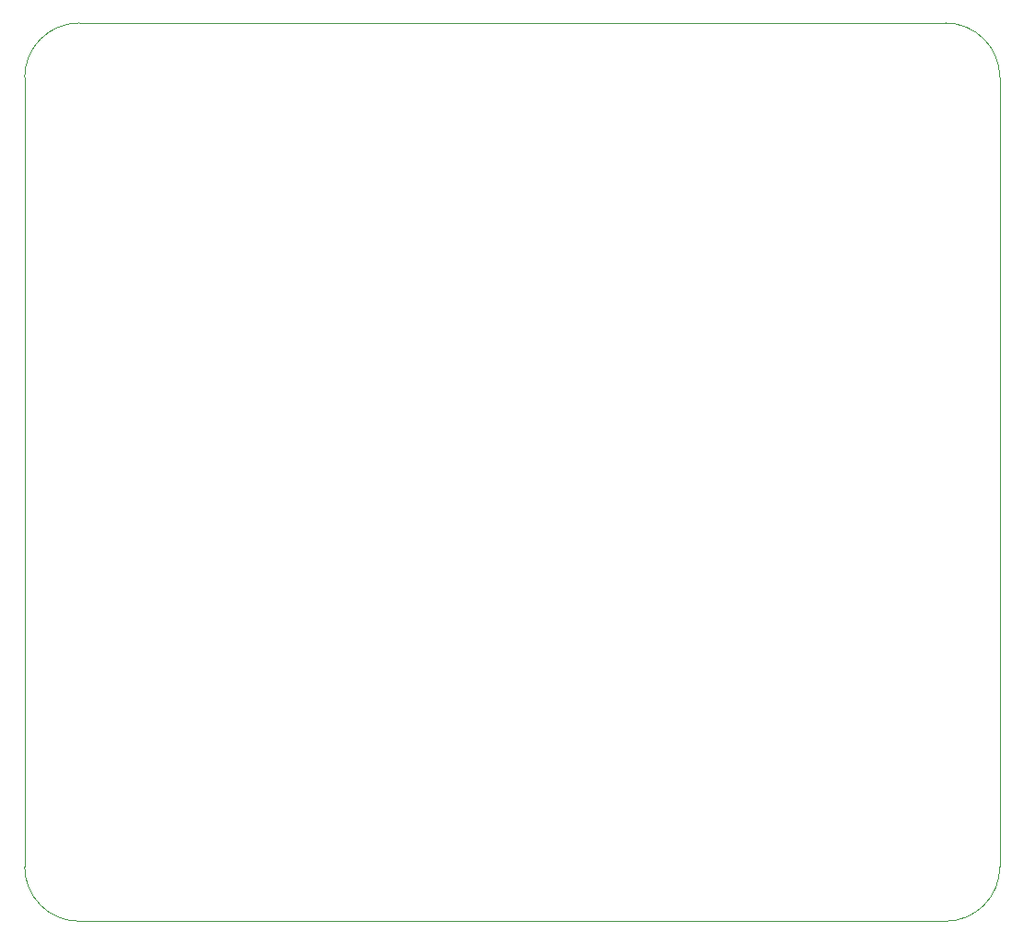
<source format=gbr>
G04 #@! TF.GenerationSoftware,KiCad,Pcbnew,(5.1.5)-3*
G04 #@! TF.CreationDate,2021-02-28T22:04:56+01:00*
G04 #@! TF.ProjectId,g4_eval,67345f65-7661-46c2-9e6b-696361645f70,rev?*
G04 #@! TF.SameCoordinates,Original*
G04 #@! TF.FileFunction,Profile,NP*
%FSLAX46Y46*%
G04 Gerber Fmt 4.6, Leading zero omitted, Abs format (unit mm)*
G04 Created by KiCad (PCBNEW (5.1.5)-3) date 2021-02-28 22:04:56*
%MOMM*%
%LPD*%
G04 APERTURE LIST*
%ADD10C,0.050000*%
G04 APERTURE END LIST*
D10*
X165500000Y-72500000D02*
X165500000Y-145000000D01*
X250000000Y-67500000D02*
X170500000Y-67500000D01*
X255000000Y-145000000D02*
X255000000Y-72500000D01*
X170500000Y-150000000D02*
X250000000Y-150000000D01*
X170500000Y-150000000D02*
G75*
G02X165500000Y-145000000I0J5000000D01*
G01*
X165500000Y-72500000D02*
G75*
G02X170500000Y-67500000I5000000J0D01*
G01*
X250000000Y-67500000D02*
G75*
G02X255000000Y-72500000I0J-5000000D01*
G01*
X255000000Y-145000000D02*
G75*
G02X250000000Y-150000000I-5000000J0D01*
G01*
M02*

</source>
